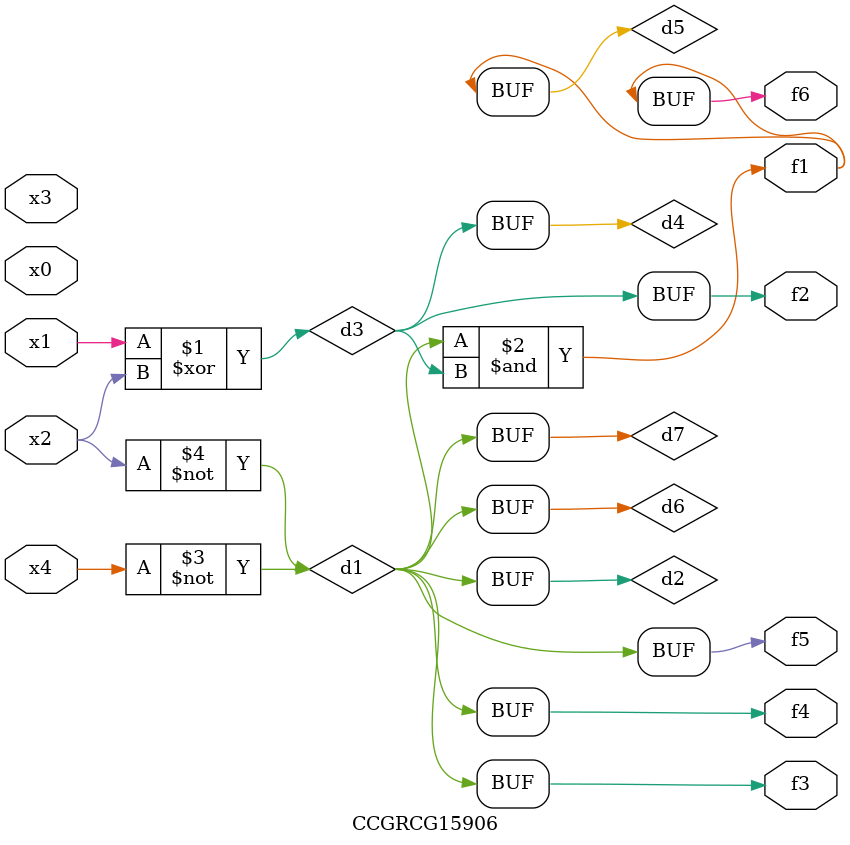
<source format=v>
module CCGRCG15906(
	input x0, x1, x2, x3, x4,
	output f1, f2, f3, f4, f5, f6
);

	wire d1, d2, d3, d4, d5, d6, d7;

	not (d1, x4);
	not (d2, x2);
	xor (d3, x1, x2);
	buf (d4, d3);
	and (d5, d1, d3);
	buf (d6, d1, d2);
	buf (d7, d2);
	assign f1 = d5;
	assign f2 = d4;
	assign f3 = d7;
	assign f4 = d7;
	assign f5 = d7;
	assign f6 = d5;
endmodule

</source>
